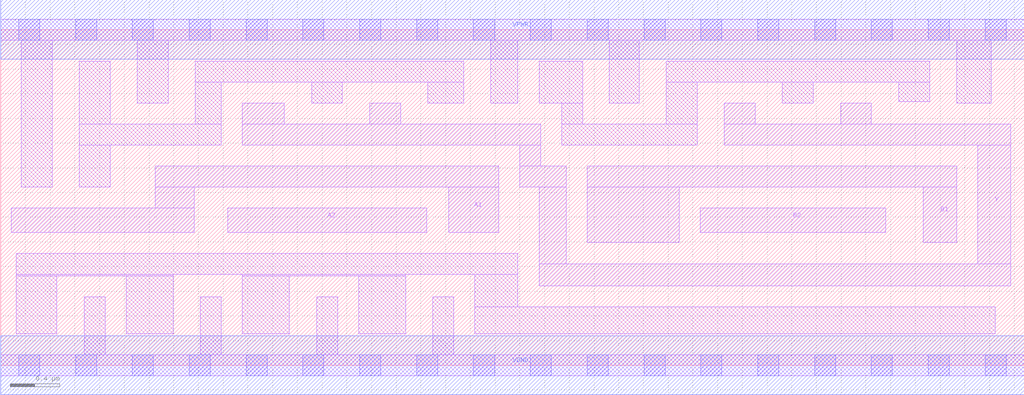
<source format=lef>
# Copyright 2020 The SkyWater PDK Authors
#
# Licensed under the Apache License, Version 2.0 (the "License");
# you may not use this file except in compliance with the License.
# You may obtain a copy of the License at
#
#     https://www.apache.org/licenses/LICENSE-2.0
#
# Unless required by applicable law or agreed to in writing, software
# distributed under the License is distributed on an "AS IS" BASIS,
# WITHOUT WARRANTIES OR CONDITIONS OF ANY KIND, either express or implied.
# See the License for the specific language governing permissions and
# limitations under the License.
#
# SPDX-License-Identifier: Apache-2.0

VERSION 5.7 ;
  NAMESCASESENSITIVE ON ;
  NOWIREEXTENSIONATPIN ON ;
  DIVIDERCHAR "/" ;
  BUSBITCHARS "[]" ;
UNITS
  DATABASE MICRONS 200 ;
END UNITS
PROPERTYDEFINITIONS
  MACRO maskLayoutSubType STRING ;
  MACRO prCellType STRING ;
  MACRO originalViewName STRING ;
END PROPERTYDEFINITIONS
MACRO sky130_fd_sc_hdll__o22ai_4
  CLASS CORE ;
  FOREIGN sky130_fd_sc_hdll__o22ai_4 ;
  ORIGIN  0.000000  0.000000 ;
  SIZE  8.280000 BY  2.720000 ;
  SYMMETRY X Y R90 ;
  SITE unithd ;
  PIN A1
    ANTENNAGATEAREA  1.110000 ;
    DIRECTION INPUT ;
    USE SIGNAL ;
    PORT
      LAYER li1 ;
        RECT 0.085000 1.075000 1.565000 1.275000 ;
        RECT 1.250000 1.275000 1.565000 1.445000 ;
        RECT 1.250000 1.445000 4.030000 1.615000 ;
        RECT 3.625000 1.075000 4.030000 1.445000 ;
    END
  END A1
  PIN A2
    ANTENNAGATEAREA  1.110000 ;
    DIRECTION INPUT ;
    USE SIGNAL ;
    PORT
      LAYER li1 ;
        RECT 1.835000 1.075000 3.445000 1.275000 ;
    END
  END A2
  PIN B1
    ANTENNAGATEAREA  1.110000 ;
    DIRECTION INPUT ;
    USE SIGNAL ;
    PORT
      LAYER li1 ;
        RECT 4.745000 0.995000 5.490000 1.445000 ;
        RECT 4.745000 1.445000 7.735000 1.615000 ;
        RECT 7.465000 0.995000 7.735000 1.445000 ;
    END
  END B1
  PIN B2
    ANTENNAGATEAREA  1.110000 ;
    DIRECTION INPUT ;
    USE SIGNAL ;
    PORT
      LAYER li1 ;
        RECT 5.660000 1.075000 7.160000 1.275000 ;
    END
  END B2
  PIN Y
    ANTENNADIFFAREA  1.959500 ;
    DIRECTION OUTPUT ;
    USE SIGNAL ;
    PORT
      LAYER li1 ;
        RECT 1.955000 1.785000 4.370000 1.955000 ;
        RECT 1.955000 1.955000 2.295000 2.125000 ;
        RECT 2.985000 1.955000 3.235000 2.125000 ;
        RECT 4.200000 1.445000 4.575000 1.615000 ;
        RECT 4.200000 1.615000 4.370000 1.785000 ;
        RECT 4.355000 0.645000 8.170000 0.820000 ;
        RECT 4.355000 0.820000 4.575000 1.445000 ;
        RECT 5.855000 1.785000 8.170000 1.955000 ;
        RECT 5.855000 1.955000 6.105000 2.125000 ;
        RECT 6.795000 1.955000 7.045000 2.125000 ;
        RECT 7.905000 0.820000 8.170000 1.785000 ;
    END
  END Y
  PIN VGND
    DIRECTION INOUT ;
    USE GROUND ;
    PORT
      LAYER met1 ;
        RECT 0.000000 -0.240000 8.280000 0.240000 ;
    END
  END VGND
  PIN VPWR
    DIRECTION INOUT ;
    USE POWER ;
    PORT
      LAYER met1 ;
        RECT 0.000000 2.480000 8.280000 2.960000 ;
    END
  END VPWR
  OBS
    LAYER li1 ;
      RECT 0.000000 -0.085000 8.280000 0.085000 ;
      RECT 0.000000  2.635000 8.280000 2.805000 ;
      RECT 0.125000  0.255000 0.455000 0.725000 ;
      RECT 0.125000  0.725000 1.395000 0.735000 ;
      RECT 0.125000  0.735000 4.185000 0.905000 ;
      RECT 0.165000  1.445000 0.415000 2.635000 ;
      RECT 0.635000  1.445000 0.885000 1.785000 ;
      RECT 0.635000  1.785000 1.785000 1.955000 ;
      RECT 0.635000  1.955000 0.885000 2.465000 ;
      RECT 0.675000  0.085000 0.845000 0.555000 ;
      RECT 1.015000  0.255000 1.395000 0.725000 ;
      RECT 1.105000  2.125000 1.355000 2.635000 ;
      RECT 1.575000  1.955000 1.785000 2.295000 ;
      RECT 1.575000  2.295000 3.745000 2.465000 ;
      RECT 1.615000  0.085000 1.785000 0.555000 ;
      RECT 1.955000  0.255000 2.335000 0.725000 ;
      RECT 1.955000  0.725000 3.275000 0.735000 ;
      RECT 2.515000  2.125000 2.765000 2.295000 ;
      RECT 2.555000  0.085000 2.725000 0.555000 ;
      RECT 2.895000  0.255000 3.275000 0.725000 ;
      RECT 3.455000  2.125000 3.745000 2.295000 ;
      RECT 3.495000  0.085000 3.665000 0.555000 ;
      RECT 3.835000  0.255000 8.045000 0.475000 ;
      RECT 3.835000  0.475000 4.185000 0.735000 ;
      RECT 3.965000  2.125000 4.185000 2.635000 ;
      RECT 4.355000  2.125000 4.710000 2.465000 ;
      RECT 4.540000  1.785000 5.635000 1.955000 ;
      RECT 4.540000  1.955000 4.710000 2.125000 ;
      RECT 4.925000  2.125000 5.165000 2.635000 ;
      RECT 5.385000  1.955000 5.635000 2.295000 ;
      RECT 5.385000  2.295000 7.515000 2.465000 ;
      RECT 6.325000  2.125000 6.575000 2.295000 ;
      RECT 7.265000  2.135000 7.515000 2.295000 ;
      RECT 7.735000  2.125000 8.015000 2.635000 ;
    LAYER mcon ;
      RECT 0.145000 -0.085000 0.315000 0.085000 ;
      RECT 0.145000  2.635000 0.315000 2.805000 ;
      RECT 0.605000 -0.085000 0.775000 0.085000 ;
      RECT 0.605000  2.635000 0.775000 2.805000 ;
      RECT 1.065000 -0.085000 1.235000 0.085000 ;
      RECT 1.065000  2.635000 1.235000 2.805000 ;
      RECT 1.525000 -0.085000 1.695000 0.085000 ;
      RECT 1.525000  2.635000 1.695000 2.805000 ;
      RECT 1.985000 -0.085000 2.155000 0.085000 ;
      RECT 1.985000  2.635000 2.155000 2.805000 ;
      RECT 2.445000 -0.085000 2.615000 0.085000 ;
      RECT 2.445000  2.635000 2.615000 2.805000 ;
      RECT 2.905000 -0.085000 3.075000 0.085000 ;
      RECT 2.905000  2.635000 3.075000 2.805000 ;
      RECT 3.365000 -0.085000 3.535000 0.085000 ;
      RECT 3.365000  2.635000 3.535000 2.805000 ;
      RECT 3.825000 -0.085000 3.995000 0.085000 ;
      RECT 3.825000  2.635000 3.995000 2.805000 ;
      RECT 4.285000 -0.085000 4.455000 0.085000 ;
      RECT 4.285000  2.635000 4.455000 2.805000 ;
      RECT 4.745000 -0.085000 4.915000 0.085000 ;
      RECT 4.745000  2.635000 4.915000 2.805000 ;
      RECT 5.205000 -0.085000 5.375000 0.085000 ;
      RECT 5.205000  2.635000 5.375000 2.805000 ;
      RECT 5.665000 -0.085000 5.835000 0.085000 ;
      RECT 5.665000  2.635000 5.835000 2.805000 ;
      RECT 6.125000 -0.085000 6.295000 0.085000 ;
      RECT 6.125000  2.635000 6.295000 2.805000 ;
      RECT 6.585000 -0.085000 6.755000 0.085000 ;
      RECT 6.585000  2.635000 6.755000 2.805000 ;
      RECT 7.045000 -0.085000 7.215000 0.085000 ;
      RECT 7.045000  2.635000 7.215000 2.805000 ;
      RECT 7.505000 -0.085000 7.675000 0.085000 ;
      RECT 7.505000  2.635000 7.675000 2.805000 ;
      RECT 7.965000 -0.085000 8.135000 0.085000 ;
      RECT 7.965000  2.635000 8.135000 2.805000 ;
  END
  PROPERTY maskLayoutSubType "abstract" ;
  PROPERTY prCellType "standard" ;
  PROPERTY originalViewName "layout" ;
END sky130_fd_sc_hdll__o22ai_4
END LIBRARY

</source>
